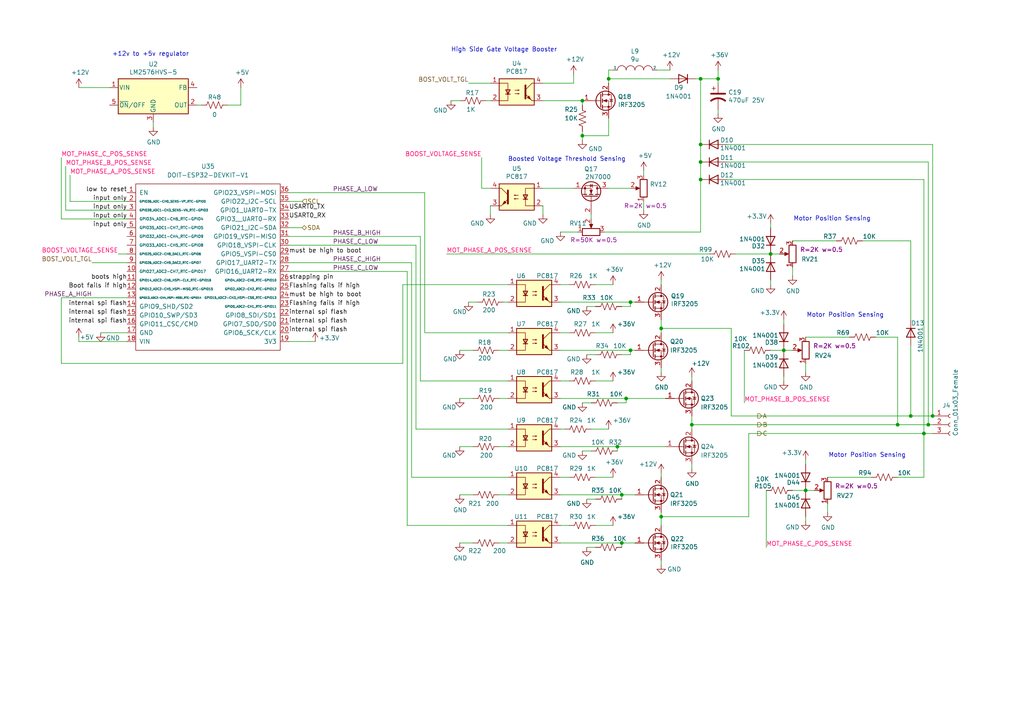
<source format=kicad_sch>
(kicad_sch (version 20231120) (generator "eeschema") (generator_version "8.0")
  (paper "A4")
  (junction (at 203.2 52.07))
  (junction (at 203.2 22.86))
  (junction (at 260.35 123.19))
  (junction (at 182.88 87.63))
  (junction (at 176.53 22.86))
  (junction (at 270.51 120.65))
  (junction (at 203.2 46.99))
  (junction (at 227.33 101.6))
  (junction (at 180.34 143.51))
  (junction (at 269.24 123.19))
  (junction (at 203.2 41.91))
  (junction (at 200.66 123.19))
  (junction (at 182.88 101.6))
  (junction (at 179.07 129.54))
  (junction (at 233.68 142.24))
  (junction (at 191.77 149.86))
  (junction (at 168.91 39.37))
  (junction (at 181.61 115.57))
  (junction (at 267.97 125.73))
  (junction (at 223.52 73.66))
  (junction (at 180.34 157.48))
  (junction (at 191.77 95.25))
  (junction (at 168.91 29.21))
  (junction (at 208.28 22.86))
  (junction (at 264.16 120.65))
  (wire (pts (xy 182.88 101.6) (xy 162.56 101.6)))
  (wire (pts (xy 191.77 148.59) (xy 191.77 149.86)))
  (wire (pts (xy 121.92 68.58) (xy 83.82 68.58)))
  (wire (pts (xy 165.1 152.4) (xy 162.56 152.4)))
  (wire (pts (xy 193.04 129.54) (xy 179.07 129.54)))
  (wire (pts (xy 22.86 99.06) (xy 36.83 99.06)))
  (wire (pts (xy 144.78 129.54) (xy 147.32 129.54)))
  (wire (pts (xy 171.45 62.23) (xy 171.45 63.5)))
  (wire (pts (xy 184.15 157.48) (xy 180.34 157.48)))
  (wire (pts (xy 267.97 138.43) (xy 267.97 125.73)))
  (wire (pts (xy 123.19 55.88) (xy 83.82 55.88)))
  (wire (pts (xy 123.19 55.88) (xy 123.19 96.52)))
  (wire (pts (xy 57.15 30.48) (xy 58.42 30.48)))
  (wire (pts (xy 17.78 63.5) (xy 36.83 63.5)))
  (wire (pts (xy 36.83 96.52) (xy 29.21 96.52)))
  (wire (pts (xy 26.67 76.2) (xy 36.83 76.2)))
  (wire (pts (xy 184.15 87.63) (xy 182.88 87.63)))
  (wire (pts (xy 157.48 54.61) (xy 166.37 54.61)))
  (wire (pts (xy 264.16 100.33) (xy 264.16 120.65)))
  (wire (pts (xy 165.1 96.52) (xy 162.56 96.52)))
  (wire (pts (xy 172.72 82.55) (xy 177.8 82.55)))
  (wire (pts (xy 172.72 158.75) (xy 170.18 158.75)))
  (wire (pts (xy 133.35 115.57) (xy 137.16 115.57)))
  (wire (pts (xy 172.72 88.9) (xy 170.18 88.9)))
  (wire (pts (xy 121.92 110.49) (xy 147.32 110.49)))
  (wire (pts (xy 260.35 138.43) (xy 267.97 138.43)))
  (wire (pts (xy 180.34 144.78) (xy 180.34 143.51)))
  (wire (pts (xy 146.05 87.63) (xy 147.32 87.63)))
  (wire (pts (xy 233.68 142.24) (xy 236.22 142.24)))
  (wire (pts (xy 118.11 78.74) (xy 83.82 78.74)))
  (wire (pts (xy 144.78 115.57) (xy 147.32 115.57)))
  (wire (pts (xy 260.35 97.79) (xy 260.35 123.19)))
  (wire (pts (xy 116.84 82.55) (xy 147.32 82.55)))
  (wire (pts (xy 120.65 71.12) (xy 120.65 124.46)))
  (wire (pts (xy 165.1 110.49) (xy 162.56 110.49)))
  (wire (pts (xy 119.38 76.2) (xy 119.38 138.43)))
  (wire (pts (xy 171.45 124.46) (xy 176.53 124.46)))
  (wire (pts (xy 157.48 29.21) (xy 168.91 29.21)))
  (wire (pts (xy 182.88 87.63) (xy 162.56 87.63)))
  (wire (pts (xy 83.82 76.2) (xy 119.38 76.2)))
  (wire (pts (xy 176.53 20.32) (xy 176.53 22.86)))
  (wire (pts (xy 140.97 29.21) (xy 142.24 29.21)))
  (wire (pts (xy 260.35 123.19) (xy 269.24 123.19)))
  (wire (pts (xy 270.51 41.91) (xy 210.82 41.91)))
  (wire (pts (xy 191.77 81.28) (xy 191.77 82.55)))
  (wire (pts (xy 254 97.79) (xy 260.35 97.79)))
  (wire (pts (xy 213.36 73.66) (xy 223.52 73.66)))
  (wire (pts (xy 123.19 96.52) (xy 147.32 96.52)))
  (wire (pts (xy 120.65 71.12) (xy 83.82 71.12)))
  (wire (pts (xy 129.54 73.66) (xy 205.74 73.66)))
  (wire (pts (xy 203.2 46.99) (xy 203.2 52.07)))
  (wire (pts (xy 179.07 129.54) (xy 162.56 129.54)))
  (wire (pts (xy 200.66 123.19) (xy 200.66 124.46)))
  (wire (pts (xy 208.28 24.13) (xy 208.28 22.86)))
  (wire (pts (xy 191.77 106.68) (xy 191.77 107.95)))
  (wire (pts (xy 223.52 101.6) (xy 227.33 101.6)))
  (wire (pts (xy 17.78 86.36) (xy 36.83 86.36)))
  (wire (pts (xy 176.53 22.86) (xy 194.31 22.86)))
  (wire (pts (xy 172.72 110.49) (xy 177.8 110.49)))
  (wire (pts (xy 118.11 78.74) (xy 118.11 152.4)))
  (wire (pts (xy 240.03 146.05) (xy 240.03 148.59)))
  (wire (pts (xy 227.33 101.6) (xy 229.87 101.6)))
  (wire (pts (xy 186.69 58.42) (xy 186.69 60.96)))
  (wire (pts (xy 133.35 101.6) (xy 137.16 101.6)))
  (wire (pts (xy 223.52 73.66) (xy 226.06 73.66)))
  (wire (pts (xy 179.07 130.81) (xy 179.07 129.54)))
  (wire (pts (xy 264.16 69.85) (xy 264.16 92.71)))
  (wire (pts (xy 191.77 137.16) (xy 191.77 138.43)))
  (wire (pts (xy 162.56 67.31) (xy 167.64 67.31)))
  (wire (pts (xy 135.89 87.63) (xy 138.43 87.63)))
  (wire (pts (xy 168.91 39.37) (xy 168.91 38.1)))
  (wire (pts (xy 233.68 105.41) (xy 233.68 107.95)))
  (wire (pts (xy 229.87 77.47) (xy 229.87 80.01)))
  (wire (pts (xy 118.11 152.4) (xy 147.32 152.4)))
  (wire (pts (xy 116.84 105.41) (xy 17.78 105.41)))
  (wire (pts (xy 270.51 41.91) (xy 270.51 120.65)))
  (wire (pts (xy 223.52 81.28) (xy 223.52 82.55)))
  (wire (pts (xy 184.15 101.6) (xy 182.88 101.6)))
  (wire (pts (xy 264.16 120.65) (xy 270.51 120.65)))
  (wire (pts (xy 144.78 157.48) (xy 147.32 157.48)))
  (wire (pts (xy 19.05 48.26) (xy 19.05 60.96)))
  (wire (pts (xy 165.1 82.55) (xy 162.56 82.55)))
  (wire (pts (xy 227.33 92.71) (xy 227.33 93.98)))
  (wire (pts (xy 133.35 129.54) (xy 137.16 129.54)))
  (wire (pts (xy 200.66 134.62) (xy 200.66 135.89)))
  (wire (pts (xy 17.78 45.72) (xy 17.78 63.5)))
  (wire (pts (xy 246.38 97.79) (xy 233.68 97.79)))
  (wire (pts (xy 172.72 152.4) (xy 177.8 152.4)))
  (wire (pts (xy 180.34 143.51) (xy 184.15 143.51)))
  (wire (pts (xy 22.86 97.79) (xy 22.86 99.06)))
  (wire (pts (xy 203.2 22.86) (xy 208.28 22.86)))
  (wire (pts (xy 180.34 158.75) (xy 180.34 157.48)))
  (wire (pts (xy 180.34 88.9) (xy 182.88 88.9)))
  (wire (pts (xy 182.88 54.61) (xy 176.53 54.61)))
  (wire (pts (xy 83.82 66.04) (xy 87.63 66.04)))
  (wire (pts (xy 44.45 35.56) (xy 44.45 36.83)))
  (wire (pts (xy 83.82 99.06) (xy 91.44 99.06)))
  (wire (pts (xy 217.17 125.73) (xy 267.97 125.73)))
  (wire (pts (xy 176.53 24.13) (xy 176.53 22.86)))
  (wire (pts (xy 176.53 34.29) (xy 176.53 39.37)))
  (wire (pts (xy 171.45 116.84) (xy 168.91 116.84)))
  (wire (pts (xy 208.28 31.75) (xy 208.28 33.02)))
  (wire (pts (xy 203.2 22.86) (xy 203.2 41.91)))
  (wire (pts (xy 191.77 149.86) (xy 217.17 149.86)))
  (wire (pts (xy 20.32 50.8) (xy 20.32 58.42)))
  (wire (pts (xy 191.77 95.25) (xy 212.09 95.25)))
  (wire (pts (xy 203.2 52.07) (xy 203.2 67.31)))
  (wire (pts (xy 191.77 149.86) (xy 191.77 152.4)))
  (wire (pts (xy 19.05 60.96) (xy 36.83 60.96)))
  (wire (pts (xy 203.2 41.91) (xy 203.2 46.99)))
  (wire (pts (xy 116.84 82.55) (xy 116.84 105.41)))
  (wire (pts (xy 181.61 115.57) (xy 162.56 115.57)))
  (wire (pts (xy 233.68 142.24) (xy 229.87 142.24)))
  (wire (pts (xy 191.77 92.71) (xy 191.77 95.25)))
  (wire (pts (xy 200.66 120.65) (xy 200.66 123.19)))
  (wire (pts (xy 212.09 120.65) (xy 264.16 120.65)))
  (wire (pts (xy 133.35 157.48) (xy 137.16 157.48)))
  (wire (pts (xy 168.91 40.64) (xy 168.91 39.37)))
  (wire (pts (xy 233.68 133.35) (xy 233.68 134.62)))
  (wire (pts (xy 172.72 138.43) (xy 177.8 138.43)))
  (wire (pts (xy 139.7 54.61) (xy 139.7 45.72)))
  (wire (pts (xy 208.28 20.32) (xy 208.28 22.86)))
  (wire (pts (xy 267.97 125.73) (xy 270.51 125.73)))
  (wire (pts (xy 142.24 54.61) (xy 139.7 54.61)))
  (wire (pts (xy 175.26 67.31) (xy 203.2 67.31)))
  (wire (pts (xy 269.24 46.99) (xy 210.82 46.99)))
  (wire (pts (xy 210.82 52.07) (xy 267.97 52.07)))
  (wire (pts (xy 201.93 22.86) (xy 203.2 22.86)))
  (wire (pts (xy 135.89 24.13) (xy 142.24 24.13)))
  (wire (pts (xy 191.77 95.25) (xy 191.77 96.52)))
  (wire (pts (xy 166.37 24.13) (xy 166.37 21.59)))
  (wire (pts (xy 20.32 58.42) (xy 36.83 58.42)))
  (wire (pts (xy 130.81 29.21) (xy 133.35 29.21)))
  (wire (pts (xy 200.66 109.22) (xy 200.66 110.49)))
  (wire (pts (xy 233.68 149.86) (xy 233.68 151.13)))
  (wire (pts (xy 222.25 142.24) (xy 222.25 158.75)))
  (wire (pts (xy 180.34 157.48) (xy 162.56 157.48)))
  (wire (pts (xy 157.48 24.13) (xy 166.37 24.13)))
  (wire (pts (xy 172.72 102.87) (xy 170.18 102.87)))
  (wire (pts (xy 121.92 68.58) (xy 121.92 110.49)))
  (wire (pts (xy 133.35 143.51) (xy 137.16 143.51)))
  (wire (pts (xy 171.45 130.81) (xy 168.91 130.81)))
  (wire (pts (xy 212.09 95.25) (xy 212.09 120.65)))
  (wire (pts (xy 144.78 101.6) (xy 147.32 101.6)))
  (wire (pts (xy 194.31 20.32) (xy 190.5 20.32)))
  (wire (pts (xy 31.75 25.4) (xy 22.86 25.4)))
  (wire (pts (xy 223.52 64.77) (xy 223.52 66.04)))
  (wire (pts (xy 191.77 163.83) (xy 191.77 162.56)))
  (wire (pts (xy 227.33 109.22) (xy 227.33 110.49)))
  (wire (pts (xy 142.24 62.23) (xy 142.24 59.69)))
  (wire (pts (xy 217.17 125.73) (xy 217.17 149.86)))
  (wire (pts (xy 182.88 102.87) (xy 182.88 101.6)))
  (wire (pts (xy 83.82 58.42) (xy 87.63 58.42)))
  (wire (pts (xy 269.24 123.19) (xy 269.24 46.99)))
  (wire (pts (xy 165.1 138.43) (xy 162.56 138.43)))
  (wire (pts (xy 162.56 143.51) (xy 180.34 143.51)))
  (wire (pts (xy 180.34 102.87) (xy 182.88 102.87)))
  (wire (pts (xy 144.78 143.51) (xy 147.32 143.51)))
  (wire (pts (xy 252.73 138.43) (xy 240.03 138.43)))
  (wire (pts (xy 17.78 105.41) (xy 17.78 86.36)))
  (wire (pts (xy 120.65 124.46) (xy 147.32 124.46)))
  (wire (pts (xy 176.53 39.37) (xy 168.91 39.37)))
  (wire (pts (xy 157.48 59.69) (xy 157.48 62.23)))
  (wire (pts (xy 242.57 69.85) (xy 229.87 69.85)))
  (wire (pts (xy 179.07 116.84) (xy 181.61 116.84)))
  (wire (pts (xy 177.8 20.32) (xy 176.53 20.32)))
  (wire (pts (xy 250.19 69.85) (xy 264.16 69.85)))
  (wire (pts (xy 193.04 115.57) (xy 181.61 115.57)))
  (wire (pts (xy 163.83 124.46) (xy 162.56 124.46)))
  (wire (pts (xy 267.97 52.07) (xy 267.97 125.73)))
  (wire (pts (xy 168.91 30.48) (xy 168.91 29.21)))
  (wire (pts (xy 119.38 138.43) (xy 147.32 138.43)))
  (wire (pts (xy 269.24 123.19) (xy 270.51 123.19)))
  (wire (pts (xy 215.9 116.84) (xy 215.9 101.6)))
  (wire (pts (xy 182.88 88.9) (xy 182.88 87.63)))
  (wire (pts (xy 200.66 123.19) (xy 260.35 123.19)))
  (wire (pts (xy 66.04 30.48) (xy 69.85 30.48)))
  (wire (pts (xy 186.69 50.8) (xy 186.69 49.53)))
  (wire (pts (xy 172.72 144.78) (xy 170.18 144.78)))
  (wire (pts (xy 172.72 96.52) (xy 177.8 96.52)))
  (wire (pts (xy 69.85 25.4) (xy 69.85 30.48)))
  (wire (pts (xy 181.61 116.84) (xy 181.61 115.57)))
  (wire (pts (xy 34.29 73.66) (xy 36.83 73.66)))
  (text "Motor Position Sensing" (at 233.934 92.202 0) (effects (font (size 1.27 1.27)) (justify left bottom)))
  (text "Motor Position Sensing" (at 240.284 132.842 0) (effects (font (size 1.27 1.27)) (justify left bottom)))
  (text "High Side Gate Voltage Booster" (at 130.81 15.24 0) (effects (font (size 1.27 1.27)) (justify left bottom)))
  (text "Boosted Voltage Threshold Sensing" (at 147.32 46.99 0) (effects (font (size 1.27 1.27)) (justify left bottom)))
  (text "Motor Position Sensing" (at 230.124 64.262 0) (effects (font (size 1.27 1.27)) (justify left bottom)))
  (text "+12v to +5v regulator" (at 32.512 16.51 0) (effects (font (size 1.27 1.27)) (justify left bottom)))
  (label "strapping pin" (at 83.82 81.28 0))
  (label "must be high to boot" (at 83.82 86.36 0))
  (label "must be high to boot" (at 83.82 73.66 0))
  (label "BOOST_VOLTAGE_SENSE" (at 139.7 45.72 180))
  (label "input only" (at 36.83 63.5 180))
  (label "BOOST_VOLTAGE_SENSE" (at 34.29 73.66 180))
  (label "PHASE_B_HIGH" (at 96.52 68.58 0))
  (label "PHASE_A_LOW" (at 96.52 55.88 0))
  (label "USART0_TX" (at 83.82 60.96 0))
  (label "Boot fails if high" (at 36.83 83.82 180))
  (label "internal spi flash" (at 36.83 93.98 180))
  (label "MOT_PHASE_B_POS_SENSE" (at 19.05 48.26 0))
  (label "MOT_PHASE_C_POS_SENSE" (at 17.78 45.72 0))
  (label "Flashing fails if high" (at 83.82 83.82 0))
  (label "PHASE_A_HIGH" (at 26.67 86.36 180))
  (label "input only" (at 36.83 66.04 180))
  (label "input only" (at 36.83 60.96 180))
  (label "internal spi flash" (at 83.82 96.52 0))
  (label "input only" (at 36.83 58.42 180))
  (label "internal spi flash" (at 36.83 88.9 180))
  (label "Flashing fails if high" (at 83.82 88.9 0))
  (label "BOST_VOLT_TGL" (at 26.67 76.2 180))
  (label "MOT_PHASE_B_POS_SENSE" (at 215.9 116.84 0))
  (label "PHASE_C_LOW" (at 96.52 71.12 0))
  (label "low to reset" (at 36.83 55.88 180))
  (label "MOT_PHASE_A_POS_SENSE" (at 20.32 50.8 0))
  (label "PHASE_C_HIGH" (at 96.52 76.2 0))
  (label "USART0_RX" (at 83.82 63.5 0))
  (label "MOT_PHASE_C_POS_SENSE" (at 222.25 158.75 0))
  (label "PHASE_C_LOW" (at 96.52 78.74 0))
  (label "BOST_VOLT_TGL" (at 135.89 24.13 180))
  (label "internal spi flash" (at 83.82 91.44 0))
  (label "internal spi flash" (at 83.82 93.98 0))
  (label "MOT_PHASE_A_POS_SENSE" (at 129.54 73.66 0))
  (label "internal spi flash" (at 36.83 91.44 180))
  (label "boots high" (at 36.83 81.28 180))
  (hierarchical_label "A" (shape output) (at 219.71 120.65 0))
  (hierarchical_label "B" (shape output) (at 219.71 123.19 0))
  (hierarchical_label "C" (shape output) (at 219.71 125.73 0))
  (hierarchical_label "SCL" (shape input) (at 87.63 58.42 0))
  (hierarchical_label "SDA" (shape bidirectional) (at 87.63 66.04 0))
  (symbol (lib_id "Device:R_US") (at 168.91 82.55 270) (unit 1)
    (property "Reference" "R26" (at 165.1 80.01 90) (effects (justify left)))
    (property "Value" "1K" (at 170.688 80.01 90) (effects (justify left)))
    (property "Footprint" "Resistor_SMD:R_0603_1608Metric" (effects (hide yes)))
    (instances (project "crtDriver" (path "" (reference "R26") (unit 1)) (path "" (reference "R83") (unit 1)) (path "" (reference "R58") (unit 1))))
  )
  (symbol (lib_id "power:GND") (at 208.28 33.02 0) (unit 1)
    (property "Reference" "#PWR077" (effects (hide yes)))
    (property "Value" "GND" (at 208.407 37.4142 0))
    (instances (project "crtDriver" (path "" (reference "#PWR077") (unit 1)) (path "" (reference "#PWR0197") (unit 1)) (path "" (reference "#PWR0155") (unit 1))))
  )
  (symbol (lib_id "power:+36V") (at 177.8 152.4 0) (unit 1)
    (property "Reference" "#PWR066" (effects (hide yes)))
    (property "Value" "+36V" (at 181.61 149.86 0))
    (instances (project "crtDriver" (path "" (reference "#PWR066") (unit 1)) (path "" (reference "#PWR0186") (unit 1)) (path "" (reference "#PWR0144") (unit 1))))
  )
  (symbol (lib_id "Transistor_FET:IRF3205") (at 173.99 29.21 0) (unit 1)
    (property "Reference" "Q18" (at 179.197 28.0416 0) (effects (justify left)))
    (property "Value" "IRF3205" (at 179.197 30.353 0) (effects (justify left)))
    (property "Footprint" "Package_TO_SOT_THT:TO-220-3_Vertical" (effects (hide yes)))
    (property "Datasheet" "http://www.irf.com/product-info/datasheets/data/irf3205.pdf" (effects (hide yes)))
    (property "Sim.Library" "irf3205.spi" (effects (hide yes)))
    (property "Sim.Name" "irf3205" (effects (hide yes)))
    (property "Sim.Device" "SUBCKT" (effects (hide yes)))
    (property "Sim.Pins" "1=1 2=2 3=3" (effects (hide yes)))
    (instances (project "crtDriver" (path "" (reference "Q18") (unit 1)) (path "" (reference "Q60") (unit 1)) (path "" (reference "Q51") (unit 1))))
  )
  (symbol (lib_id "power:GND") (at 135.89 87.63 0) (unit 1)
    (property "Reference" "#PWR049" (effects (hide yes)))
    (property "Value" "GND" (at 133.35 90.424 0))
    (instances (project "crtDriver" (path "" (reference "#PWR049") (unit 1)) (path "" (reference "#PWR0169") (unit 1)) (path "" (reference "#PWR0127") (unit 1))))
  )
  (symbol (lib_id "Device:R_US") (at 168.91 34.29 180) (unit 1)
    (property "Reference" "R25" (at 167.64 31.75 0) (effects (justify left)))
    (property "Value" "10K" (at 167.64 34.29 0) (effects (justify left)))
    (property "Footprint" "Resistor_SMD:R_0603_1608Metric" (effects (hide yes)))
    (instances (project "crtDriver" (path "" (reference "R25") (unit 1)) (path "" (reference "R82") (unit 1)) (path "" (reference "R57") (unit 1))))
  )
  (symbol (lib_id "power:GND") (at 133.35 143.51 0) (unit 1)
    (property "Reference" "#PWR047" (effects (hide yes)))
    (property "Value" "GND" (at 133.477 147.9042 0))
    (instances (project "crtDriver" (path "" (reference "#PWR047") (unit 1)) (path "" (reference "#PWR0167") (unit 1)) (path "" (reference "#PWR0125") (unit 1))))
  )
  (symbol (lib_id "Device:R_POT") (at 171.45 67.31 90) (unit 1)
    (property "Reference" "RV11" (at 165.1 64.77 90) (effects (justify right)))
    (property "Value" "50K POT" (effects (hide yes)))
    (property "Footprint" "Potentiometer_SMD:Potentiometer_ACP_CA6-VSMD_Vertical" (effects (hide yes)))
    (property "Sim.Library" "potentiometer.lib" (effects (hide yes)))
    (property "Sim.Name" "potentiometer" (effects (hide yes)))
    (property "Sim.Device" "SUBCKT" (effects (hide yes)))
    (property "Sim.Pins" "1=1 2=2 3=3" (effects (hide yes)))
    (property "Sim.Params" "R=50K w=0.5" (at 172.212 69.596 90))
    (instances (project "crtDriver" (path "" (reference "RV11") (unit 1)) (path "" (reference "RV19") (unit 1)) (path "" (reference "RV17") (unit 1))))
  )
  (symbol (lib_id "Device:R_US") (at 226.06 142.24 270) (unit 1)
    (property "Reference" "R105" (at 218.694 140.97 90) (effects (justify left)))
    (property "Value" "10K" (at 219.202 138.938 90) (effects (justify left)))
    (property "Footprint" "Resistor_SMD:R_0603_1608Metric" (effects (hide yes)))
    (instances (project "crtDriver" (path "" (reference "R105") (unit 1)) (path "" (reference "R107") (unit 1)) (path "" (reference "R106") (unit 1))))
  )
  (symbol (lib_id "Device:R_US") (at 176.53 158.75 270) (unit 1)
    (property "Reference" "R36" (at 171.45 156.21 90) (effects (justify left)))
    (property "Value" "10K" (at 177.8 156.21 90) (effects (justify left)))
    (property "Footprint" "Resistor_SMD:R_0603_1608Metric" (effects (hide yes)))
    (instances (project "crtDriver" (path "" (reference "R36") (unit 1)) (path "" (reference "R93") (unit 1)) (path "" (reference "R68") (unit 1))))
  )
  (symbol (lib_id "Device:D") (at 227.33 97.79 90) (unit 1)
    (property "Reference" "D38" (at 223.774 99.314 90))
    (property "Value" "1N4001" (at 221.996 97.282 90))
    (property "Footprint" "Diode_SMD:D_0805_2012Metric" (effects (hide yes)))
    (property "Sim.Device" "D" (effects (hide yes)))
    (property "Sim.Pins" "1=A 2=K" (effects (hide yes)))
    (instances (project "crtDriver" (path "" (reference "D38") (unit 1)) (path "" (reference "D42") (unit 1)) (path "" (reference "D40") (unit 1))))
  )
  (symbol (lib_id "Device:R_US") (at 246.38 69.85 270) (unit 1)
    (property "Reference" "R37" (at 238.76 68.58 90) (effects (justify left)))
    (property "Value" "10K" (at 250.19 68.58 90) (effects (justify left)))
    (property "Footprint" "Resistor_SMD:R_0603_1608Metric" (effects (hide yes)))
    (instances (project "crtDriver" (path "" (reference "R37") (unit 1)) (path "" (reference "R39") (unit 1)) (path "" (reference "R38") (unit 1))))
  )
  (symbol (lib_id "power:+36V") (at 177.8 138.43 0) (unit 1)
    (property "Reference" "#PWR065" (effects (hide yes)))
    (property "Value" "+36V" (at 178.181 134.0358 0))
    (instances (project "crtDriver" (path "" (reference "#PWR065") (unit 1)) (path "" (reference "#PWR0185") (unit 1)) (path "" (reference "#PWR0143") (unit 1))))
  )
  (symbol (lib_id "power:GND") (at 133.35 115.57 0) (unit 1)
    (property "Reference" "#PWR045" (effects (hide yes)))
    (property "Value" "GND" (at 130.302 118.11 0))
    (instances (project "crtDriver" (path "" (reference "#PWR045") (unit 1)) (path "" (reference "#PWR0165") (unit 1)) (path "" (reference "#PWR0123") (unit 1))))
  )
  (symbol (lib_id "Device:R_US") (at 176.53 144.78 270) (unit 1)
    (property "Reference" "R35" (at 171.45 142.24 90) (effects (justify left)))
    (property "Value" "10K" (at 176.53 142.24 90) (effects (justify left)))
    (property "Footprint" "Resistor_SMD:R_0603_1608Metric" (effects (hide yes)))
    (instances (project "crtDriver" (path "" (reference "R35") (unit 1)) (path "" (reference "R92") (unit 1)) (path "" (reference "R67") (unit 1))))
  )
  (symbol (lib_id "power:GND") (at 233.68 107.95 0) (unit 1)
    (property "Reference" "#PWR0208" (effects (hide yes)))
    (property "Value" "GND" (at 233.807 112.3442 0))
    (instances (project "crtDriver" (path "" (reference "#PWR0208") (unit 1)) (path "" (reference "#PWR0218") (unit 1)) (path "" (reference "#PWR0215") (unit 1))))
  )
  (symbol (lib_id "power:GND") (at 168.91 130.81 0) (unit 1)
    (property "Reference" "#PWR056" (effects (hide yes)))
    (property "Value" "GND" (at 165.1 132.08 0))
    (instances (project "crtDriver" (path "" (reference "#PWR056") (unit 1)) (path "" (reference "#PWR0176") (unit 1)) (path "" (reference "#PWR0134") (unit 1))))
  )
  (symbol (lib_id "Transistor_FET:2N7000") (at 171.45 57.15 270) (mirror x) (unit 1)
    (property "Reference" "Q17" (at 169.418 49.022 90) (effects (justify left)))
    (property "Value" "2N7000" (at 169.672 51.308 90) (effects (justify left)))
    (property "Footprint" "Package_TO_SOT_THT:TO-92_Inline" (effects (hide yes)))
    (property "Datasheet" "https://www.onsemi.com/pub/Collateral/NDS7002A-D.PDF" (effects (hide yes)))
    (property "Sim.Library" "2n7000.lib" (effects (hide yes)))
    (property "Sim.Name" "2N7000" (effects (hide yes)))
    (property "Sim.Device" "SUBCKT" (effects (hide yes)))
    (property "Sim.Pins" "1=1 2=2 3=3" (effects (hide yes)))
    (instances (project "crtDriver" (path "" (reference "Q17") (unit 1)) (path "" (reference "Q59") (unit 1)) (path "" (reference "Q50") (unit 1))))
  )
  (symbol (lib_id "Device:D") (at 223.52 69.85 90) (unit 1)
    (property "Reference" "D32" (at 219.964 71.374 90))
    (property "Value" "1N4001" (at 218.186 69.342 90))
    (property "Footprint" "Diode_SMD:D_0805_2012Metric" (effects (hide yes)))
    (property "Sim.Device" "D" (effects (hide yes)))
    (property "Sim.Pins" "1=A 2=K" (effects (hide yes)))
    (instances (project "crtDriver" (path "" (reference "D32") (unit 1)) (path "" (reference "D34") (unit 1)) (path "" (reference "D33") (unit 1))))
  )
  (symbol (lib_id "power:+12V") (at 191.77 137.16 0) (unit 1)
    (property "Reference" "#PWR071" (effects (hide yes)))
    (property "Value" "+12V" (at 187.96 134.62 0))
    (instances (project "crtDriver" (path "" (reference "#PWR071") (unit 1)) (path "" (reference "#PWR0191") (unit 1)) (path "" (reference "#PWR0149") (unit 1))))
  )
  (symbol (lib_id "power:GND") (at 44.45 36.83 0) (unit 1)
    (property "Reference" "#PWR040" (effects (hide yes)))
    (property "Value" "GND" (at 44.577 41.2242 0))
    (instances (project "crtDriver" (path "" (reference "#PWR040") (unit 1)) (path "" (reference "#PWR0160") (unit 1)) (path "" (reference "#PWR0118") (unit 1))))
  )
  (symbol (lib_id "Device:D") (at 264.16 96.52 270) (unit 1)
    (property "Reference" "D13" (at 266.192 93.726 90))
    (property "Value" "1N4001" (at 266.954 98.552 0))
    (property "Footprint" "Diode_SMD:D_0805_2012Metric" (effects (hide yes)))
    (property "Sim.Device" "D" (effects (hide yes)))
    (property "Sim.Pins" "1=A 2=K" (effects (hide yes)))
    (instances (project "crtDriver" (path "" (reference "D13") (unit 1)) (path "" (reference "D31") (unit 1)) (path "" (reference "D26") (unit 1))))
  )
  (symbol (lib_id "power:+12V") (at 194.31 20.32 0) (unit 1)
    (property "Reference" "#PWR073" (effects (hide yes)))
    (property "Value" "+12V" (at 194.691 15.9258 0))
    (instances (project "crtDriver" (path "" (reference "#PWR073") (unit 1)) (path "" (reference "#PWR0193") (unit 1)) (path "" (reference "#PWR0151") (unit 1))))
  )
  (symbol (lib_id "power:GND") (at 133.35 157.48 0) (unit 1)
    (property "Reference" "#PWR048" (effects (hide yes)))
    (property "Value" "GND" (at 133.477 161.8742 0))
    (instances (project "crtDriver" (path "" (reference "#PWR048") (unit 1)) (path "" (reference "#PWR0168") (unit 1)) (path "" (reference "#PWR0126") (unit 1))))
  )
  (symbol (lib_id "power:GND") (at 233.68 151.13 0) (unit 1)
    (property "Reference" "#PWR0220" (effects (hide yes)))
    (property "Value" "GND" (at 229.87 152.908 0))
    (instances (project "crtDriver" (path "" (reference "#PWR0220") (unit 1)) (path "" (reference "#PWR0226") (unit 1)) (path "" (reference "#PWR0223") (unit 1))))
  )
  (symbol (lib_id "Device:R_POT") (at 233.68 101.6 180) (unit 1)
    (property "Reference" "RV24" (at 236.22 103.124 0) (effects (justify right)))
    (property "Value" "2K POT" (effects (hide yes)))
    (property "Footprint" "Potentiometer_SMD:Potentiometer_ACP_CA6-VSMD_Vertical" (effects (hide yes)))
    (property "Sim.Library" "potentiometer.lib" (effects (hide yes)))
    (property "Sim.Name" "potentiometer" (effects (hide yes)))
    (property "Sim.Device" "SUBCKT" (effects (hide yes)))
    (property "Sim.Pins" "1=1 2=2 3=3" (effects (hide yes)))
    (property "Sim.Params" "R=2K w=0.5" (at 242.062 100.33 0))
    (instances (project "crtDriver" (path "" (reference "RV24") (unit 1)) (path "" (reference "RV26") (unit 1)) (path "" (reference "RV25") (unit 1))))
  )
  (symbol (lib_id "Device:D") (at 227.33 105.41 270) (unit 1)
    (property "Reference" "D39" (at 223.774 103.632 90))
    (property "Value" "1N4001" (at 221.996 105.918 90))
    (property "Footprint" "Diode_SMD:D_0805_2012Metric" (effects (hide yes)))
    (property "Sim.Device" "D" (effects (hide yes)))
    (property "Sim.Pins" "1=A 2=K" (effects (hide yes)))
    (instances (project "crtDriver" (path "" (reference "D39") (unit 1)) (path "" (reference "D43") (unit 1)) (path "" (reference "D41") (unit 1))))
  )
  (symbol (lib_id "power:GND") (at 29.21 96.52 0) (unit 1)
    (property "Reference" "#PWR041" (effects (hide yes)))
    (property "Value" "GND" (at 32.766 98.044 0))
    (instances (project "crtDriver" (path "" (reference "#PWR041") (unit 1)) (path "" (reference "#PWR0161") (unit 1)) (path "" (reference "#PWR0119") (unit 1))))
  )
  (symbol (lib_id "power:GND") (at 229.87 80.01 0) (unit 1)
    (property "Reference" "#PWR078" (effects (hide yes)))
    (property "Value" "GND" (at 229.997 84.4042 0))
    (instances (project "crtDriver" (path "" (reference "#PWR078") (unit 1)) (path "" (reference "#PWR0198") (unit 1)) (path "" (reference "#PWR0156") (unit 1))))
  )
  (symbol (lib_id "Device:R_US") (at 140.97 129.54 90) (unit 1)
    (property "Reference" "R20" (at 142.748 127.254 90) (effects (justify left)))
    (property "Value" "200" (at 143.002 132.08 90) (effects (justify left)))
    (property "Footprint" "Resistor_SMD:R_0603_1608Metric" (effects (hide yes)))
    (instances (project "crtDriver" (path "" (reference "R20") (unit 1)) (path "" (reference "R77") (unit 1)) (path "" (reference "R52") (unit 1))))
  )
  (symbol (lib_id "power:+36V") (at 177.8 96.52 0) (unit 1)
    (property "Reference" "#PWR063" (effects (hide yes)))
    (property "Value" "+36V" (at 181.61 93.98 0))
    (instances (project "crtDriver" (path "" (reference "#PWR063") (unit 1)) (path "" (reference "#PWR0183") (unit 1)) (path "" (reference "#PWR0141") (unit 1))))
  )
  (symbol (lib_id "power:+36V") (at 177.8 110.49 0) (unit 1)
    (property "Reference" "#PWR064" (effects (hide yes)))
    (property "Value" "+36V" (at 181.61 107.95 0))
    (instances (project "crtDriver" (path "" (reference "#PWR064") (unit 1)) (path "" (reference "#PWR0184") (unit 1)) (path "" (reference "#PWR0142") (unit 1))))
  )
  (symbol (lib_id "doit-esp32-devkit-v1:DOIT-ESP32-DEVKIT-V1") (at 60.96 63.5 0) (unit 1)
    (property "Reference" "U35" (at 60.325 48.26 0))
    (property "Value" "DOIT-ESP32-DEVKIT-V1" (at 60.325 50.8 0))
    (property "Footprint" "crtDriver:ESP32-DOIT-DEVKIT" (effects (hide yes)))
    (instances (project "" (path "" (reference "U35") (unit 1)) (path "" (reference "U37") (unit 1)) (path "" (reference "U36") (unit 1))))
  )
  (symbol (lib_id "Transistor_FET:IRF3205") (at 198.12 115.57 0) (unit 1)
    (property "Reference" "Q23" (at 203.2 115.57 0) (effects (justify left)))
    (property "Value" "IRF3205" (at 203.2 118.11 0) (effects (justify left)))
    (property "Footprint" "Package_TO_SOT_THT:TO-220-3_Vertical" (effects (hide yes)))
    (property "Datasheet" "http://www.irf.com/product-info/datasheets/data/irf3205.pdf" (effects (hide yes)))
    (property "Sim.Library" "irf3205.spi" (effects (hide yes)))
    (property "Sim.Name" "irf3205" (effects (hide yes)))
    (property "Sim.Device" "SUBCKT" (effects (hide yes)))
    (property "Sim.Pins" "1=1 2=2 3=3" (effects (hide yes)))
    (instances (project "crtDriver" (path "" (reference "Q23") (unit 1)) (path "" (reference "Q65") (unit 1)) (path "" (reference "Q56") (unit 1))))
  )
  (symbol (lib_id "power:+3.3V") (at 233.68 133.35 0) (unit 1)
    (property "Reference" "#PWR0219" (effects (hide yes)))
    (property "Value" "+3.3V" (at 229.616 131.318 0))
    (property "Description" "Power symbol creates a global label with name \"+3.3V\"" (effects (hide yes)))
    (instances (project "crtDriver" (path "" (reference "#PWR0219") (unit 1)) (path "" (reference "#PWR0225") (unit 1)) (path "" (reference "#PWR0222") (unit 1))))
  )
  (symbol (lib_id "Transistor_FET:IRF3205") (at 198.12 129.54 0) (unit 1)
    (property "Reference" "Q24" (at 203.2 129.54 0) (effects (justify left)))
    (property "Value" "IRF3205" (at 203.2 132.08 0) (effects (justify left)))
    (property "Footprint" "Package_TO_SOT_THT:TO-220-3_Vertical" (effects (hide yes)))
    (property "Datasheet" "http://www.irf.com/product-info/datasheets/data/irf3205.pdf" (effects (hide yes)))
    (property "Sim.Library" "irf3205.spi" (effects (hide yes)))
    (property "Sim.Name" "irf3205" (effects (hide yes)))
    (property "Sim.Device" "SUBCKT" (effects (hide yes)))
    (property "Sim.Pins" "1=1 2=2 3=3" (effects (hide yes)))
    (instances (project "crtDriver" (path "" (reference "Q24") (unit 1)) (path "" (reference "Q66") (unit 1)) (path "" (reference "Q57") (unit 1))))
  )
  (symbol (lib_id "Transistor_FET:IRF3205") (at 189.23 143.51 0) (unit 1)
    (property "Reference" "Q21" (at 194.31 143.51 0) (effects (justify left)))
    (property "Value" "IRF3205" (at 194.31 146.05 0) (effects (justify left)))
    (property "Footprint" "Package_TO_SOT_THT:TO-220-3_Vertical" (effects (hide yes)))
    (property "Datasheet" "http://www.irf.com/product-info/datasheets/data/irf3205.pdf" (effects (hide yes)))
    (property "Sim.Library" "irf3205.spi" (effects (hide yes)))
    (property "Sim.Name" "irf3205" (effects (hide yes)))
    (property "Sim.Device" "SUBCKT" (effects (hide yes)))
    (property "Sim.Pins" "1=1 2=2 3=3" (effects (hide yes)))
    (instances (project "crtDriver" (path "" (reference "Q21") (unit 1)) (path "" (reference "Q63") (unit 1)) (path "" (reference "Q54") (unit 1))))
  )
  (symbol (lib_id "power:GND") (at 168.91 40.64 0) (unit 1)
    (property "Reference" "#PWR054" (effects (hide yes)))
    (property "Value" "GND" (at 172.72 43.18 0))
    (instances (project "crtDriver" (path "" (reference "#PWR054") (unit 1)) (path "" (reference "#PWR0174") (unit 1)) (path "" (reference "#PWR0132") (unit 1))))
  )
  (symbol (lib_id "Transistor_FET:IRF3205") (at 189.23 157.48 0) (unit 1)
    (property "Reference" "Q22" (at 194.437 156.3116 0) (effects (justify left)))
    (property "Value" "IRF3205" (at 194.437 158.623 0) (effects (justify left)))
    (property "Footprint" "Package_TO_SOT_THT:TO-220-3_Vertical" (effects (hide yes)))
    (property "Datasheet" "http://www.irf.com/product-info/datasheets/data/irf3205.pdf" (effects (hide yes)))
    (property "Sim.Library" "irf3205.spi" (effects (hide yes)))
    (property "Sim.Name" "irf3205" (effects (hide yes)))
    (property "Sim.Device" "SUBCKT" (effects (hide yes)))
    (property "Sim.Pins" "1=1 2=2 3=3" (effects (hide yes)))
    (instances (project "crtDriver" (path "" (reference "Q22") (unit 1)) (path "" (reference "Q64") (unit 1)) (path "" (reference "Q55") (unit 1))))
  )
  (symbol (lib_id "power:GND") (at 170.18 144.78 0) (unit 1)
    (property "Reference" "#PWR059" (effects (hide yes)))
    (property "Value" "GND" (at 166.37 146.05 0))
    (instances (project "crtDriver" (path "" (reference "#PWR059") (unit 1)) (path "" (reference "#PWR0179") (unit 1)) (path "" (reference "#PWR0137") (unit 1))))
  )
  (symbol (lib_id "power:+12V") (at 166.37 21.59 0) (unit 1)
    (property "Reference" "#PWR053" (effects (hide yes)))
    (property "Value" "+12V" (at 166.751 17.1958 0))
    (instances (project "crtDriver" (path "" (reference "#PWR053") (unit 1)) (path "" (reference "#PWR0173") (unit 1)) (path "" (reference "#PWR0131") (unit 1))))
  )
  (symbol (lib_id "Device:R_US") (at 140.97 143.51 90) (unit 1)
    (property "Reference" "R21" (at 139.7 146.05 90) (effects (justify left)))
    (property "Value" "200" (at 144.78 146.05 90) (effects (justify left)))
    (property "Footprint" "Resistor_SMD:R_0603_1608Metric" (effects (hide yes)))
    (instances (project "crtDriver" (path "" (reference "R21") (unit 1)) (path "" (reference "R78") (unit 1)) (path "" (reference "R53") (unit 1))))
  )
  (symbol (lib_id "power:GND") (at 200.66 135.89 0) (unit 1)
    (property "Reference" "#PWR075" (effects (hide yes)))
    (property "Value" "GND" (at 200.787 140.2842 0))
    (instances (project "crtDriver" (path "" (reference "#PWR075") (unit 1)) (path "" (reference "#PWR0195") (unit 1)) (path "" (reference "#PWR0153") (unit 1))))
  )
  (symbol (lib_id "Device:D") (at 223.52 77.47 270) (unit 1)
    (property "Reference" "D35" (at 219.964 75.692 90))
    (property "Value" "1N4001" (at 218.186 77.978 90))
    (property "Footprint" "Diode_SMD:D_0805_2012Metric" (effects (hide yes)))
    (property "Sim.Device" "D" (effects (hide yes)))
    (property "Sim.Pins" "1=A 2=K" (effects (hide yes)))
    (instances (project "crtDriver" (path "" (reference "D35") (unit 1)) (path "" (reference "D37") (unit 1)) (path "" (reference "D36") (unit 1))))
  )
  (symbol (lib_id "Isolator:PC817") (at 154.94 127 0) (unit 1)
    (property "Reference" "U9" (at 151.13 121.92 0))
    (property "Value" "PC817" (at 158.75 121.92 0))
    (property "Footprint" "Package_DIP:DIP-4_W7.62mm" (effects (hide yes)))
    (property "Datasheet" "http://www.soselectronic.cz/a_info/resource/d/pc817.pdf" (effects (hide yes)))
    (property "Sim.Library" "PC817.lib" (effects (hide yes)))
    (property "Sim.Name" "PC817C" (effects (hide yes)))
    (property "Sim.Device" "SUBCKT" (effects (hide yes)))
    (property "Sim.Pins" "1=1 2=2 3=3 4=4" (effects (hide yes)))
    (instances (project "crtDriver" (path "" (reference "U9") (unit 1)) (path "" (reference "U31") (unit 1)) (path "" (reference "U20") (unit 1))))
  )
  (symbol (lib_id "Device:R_US") (at 168.91 138.43 270) (unit 1)
    (property "Reference" "R29" (at 165.1 135.89 90) (effects (justify left)))
    (property "Value" "1K" (at 170.18 135.89 90) (effects (justify left)))
    (property "Footprint" "Resistor_SMD:R_0603_1608Metric" (effects (hide yes)))
    (instances (project "crtDriver" (path "" (reference "R29") (unit 1)) (path "" (reference "R86") (unit 1)) (path "" (reference "R61") (unit 1))))
  )
  (symbol (lib_id "power:GND") (at 170.18 88.9 0) (unit 1)
    (property "Reference" "#PWR057" (effects (hide yes)))
    (property "Value" "GND" (at 166.37 90.17 0))
    (instances (project "crtDriver" (path "" (reference "#PWR057") (unit 1)) (path "" (reference "#PWR0177") (unit 1)) (path "" (reference "#PWR0135") (unit 1))))
  )
  (symbol (lib_id "power:+3.3V") (at 227.33 92.71 0) (unit 1)
    (property "Reference" "#PWR0206" (effects (hide yes)))
    (property "Value" "+3.3V" (at 223.266 90.678 0))
    (property "Description" "Power symbol creates a global label with name \"+3.3V\"" (effects (hide yes)))
    (instances (project "crtDriver" (path "" (reference "#PWR0206") (unit 1)) (path "" (reference "#PWR0216") (unit 1)) (path "" (reference "#PWR0213") (unit 1))))
  )
  (symbol (lib_id "Isolator:PC817") (at 154.94 140.97 0) (unit 1)
    (property "Reference" "U10" (at 151.13 135.89 0))
    (property "Value" "PC817" (at 158.75 135.89 0))
    (property "Footprint" "Package_DIP:DIP-4_W7.62mm" (effects (hide yes)))
    (property "Datasheet" "http://www.soselectronic.cz/a_info/resource/d/pc817.pdf" (effects (hide yes)))
    (property "Sim.Library" "PC817.lib" (effects (hide yes)))
    (property "Sim.Name" "PC817C" (effects (hide yes)))
    (property "Sim.Device" "SUBCKT" (effects (hide yes)))
    (property "Sim.Pins" "1=1 2=2 3=3 4=4" (effects (hide yes)))
    (instances (project "crtDriver" (path "" (reference "U10") (unit 1)) (path "" (reference "U32") (unit 1)) (path "" (reference "U21") (unit 1))))
  )
  (symbol (lib_id "Regulator_Switching:LM2576HVS-5") (at 44.45 27.94 0) (unit 1) (exclude_from_sim yes)
    (property "Reference" "U2" (at 44.45 18.6182 0))
    (property "Value" "LM2576HVS-5" (at 44.45 20.9296 0))
    (property "Footprint" "Package_TO_SOT_SMD:TO-263-5_TabPin3" (effects (hide yes)))
    (property "Datasheet" "http://www.ti.com/lit/ds/symlink/lm2576.pdf" (effects (hide yes)))
    (instances (project "crtDriver" (path "" (reference "U2") (unit 1)) (path "" (reference "U24") (unit 1)) (path "" (reference "U13") (unit 1))))
  )
  (symbol (lib_id "power:GND") (at 170.18 102.87 0) (unit 1)
    (property "Reference" "#PWR058" (effects (hide yes)))
    (property "Value" "GND" (at 166.37 104.14 0))
    (instances (project "crtDriver" (path "" (reference "#PWR058") (unit 1)) (path "" (reference "#PWR0178") (unit 1)) (path "" (reference "#PWR0136") (unit 1))))
  )
  (symbol (lib_id "Device:R_US") (at 256.54 138.43 270) (unit 1)
    (property "Reference" "R94" (at 248.92 137.16 90) (effects (justify left)))
    (property "Value" "10K" (at 260.35 137.16 90) (effects (justify left)))
    (property "Footprint" "Resistor_SMD:R_0603_1608Metric" (effects (hide yes)))
    (instances (project "crtDriver" (path "" (reference "R94") (unit 1)) (path "" (reference "R96") (unit 1)) (path "" (reference "R95") (unit 1))))
  )
  (symbol (lib_id "power:+3.3V") (at 223.52 64.77 0) (unit 1)
    (property "Reference" "#PWR079" (effects (hide yes)))
    (property "Value" "+3.3V" (at 219.456 62.738 0))
    (property "Description" "Power symbol creates a global label with name \"+3.3V\"" (effects (hide yes)))
    (instances (project "crtDriver" (path "" (reference "#PWR079") (unit 1)) (path "" (reference "#PWR0157") (unit 1)) (path "" (reference "#PWR080") (unit 1))))
  )
  (symbol (lib_id "Device:R_US") (at 168.91 152.4 270) (unit 1)
    (property "Reference" "R30" (at 165.1 149.86 90) (effects (justify left)))
    (property "Value" "1K" (at 170.18 149.86 90) (effects (justify left)))
    (property "Footprint" "Resistor_SMD:R_0603_1608Metric" (effects (hide yes)))
    (instances (project "crtDriver" (path "" (reference "R30") (unit 1)) (path "" (reference "R87") (unit 1)) (path "" (reference "R62") (unit 1))))
  )
  (symbol (lib_id "power:GND") (at 191.77 107.95 0) (unit 1)
    (property "Reference" "#PWR070" (effects (hide yes)))
    (property "Value" "GND" (at 191.897 112.3442 0))
    (instances (project "crtDriver" (path "" (reference "#PWR070") (unit 1)) (path "" (reference "#PWR0190") (unit 1)) (path "" (reference "#PWR0148") (unit 1))))
  )
  (symbol (lib_id "power:+3.3V") (at 91.44 99.06 0) (unit 1)
    (property "Reference" "#PWR0201" (effects (hide yes)))
    (property "Value" "+3.3V" (at 95.504 98.044 0))
    (property "Description" "Power symbol creates a global label with name \"+3.3V\"" (effects (hide yes)))
    (instances (project "" (path "" (reference "#PWR0201") (unit 1)) (path "" (reference "#PWR0203") (unit 1)) (path "" (reference "#PWR0202") (unit 1))))
  )
  (symbol (lib_id "power:GND") (at 130.81 29.21 0) (unit 1)
    (property "Reference" "#PWR043" (effects (hide yes)))
    (property "Value" "GND" (at 127.762 32.004 0))
    (instances (project "crtDriver" (path "" (reference "#PWR043") (unit 1)) (path "" (reference "#PWR0163") (unit 1)) (path "" (reference "#PWR0121") (unit 1))))
  )
  (symbol (lib_id "power:GND") (at 170.18 158.75 0) (unit 1)
    (property "Reference" "#PWR060" (effects (hide yes)))
    (property "Value" "GND" (at 170.307 163.1442 0))
    (instances (project "crtDriver" (path "" (reference "#PWR060") (unit 1)) (path "" (reference "#PWR0180") (unit 1)) (path "" (reference "#PWR0138") (unit 1))))
  )
  (symbol (lib_id "power:GND") (at 191.77 163.83 0) (unit 1)
    (property "Reference" "#PWR072" (effects (hide yes)))
    (property "Value" "GND" (at 195.58 165.1 0))
    (instances (project "crtDriver" (path "" (reference "#PWR072") (unit 1)) (path "" (reference "#PWR0192") (unit 1)) (path "" (reference "#PWR0150") (unit 1))))
  )
  (symbol (lib_id "power:GND") (at 227.33 110.49 0) (unit 1)
    (property "Reference" "#PWR0207" (effects (hide yes)))
    (property "Value" "GND" (at 223.52 112.268 0))
    (instances (project "crtDriver" (path "" (reference "#PWR0207") (unit 1)) (path "" (reference "#PWR0217") (unit 1)) (path "" (reference "#PWR0214") (unit 1))))
  )
  (symbol (lib_id "power:GND") (at 223.52 82.55 0) (unit 1)
    (property "Reference" "#PWR0158" (effects (hide yes)))
    (property "Value" "GND" (at 219.71 84.328 0))
    (instances (project "crtDriver" (path "" (reference "#PWR0158") (unit 1)) (path "" (reference "#PWR0200") (unit 1)) (path "" (reference "#PWR0199") (unit 1))))
  )
  (symbol (lib_id "Isolator:PC817") (at 154.94 113.03 0) (unit 1)
    (property "Reference" "U8" (at 151.13 107.95 0))
    (property "Value" "PC817" (at 158.75 107.95 0))
    (property "Footprint" "Package_DIP:DIP-4_W7.62mm" (effects (hide yes)))
    (property "Datasheet" "http://www.soselectronic.cz/a_info/resource/d/pc817.pdf" (effects (hide yes)))
    (property "Sim.Library" "PC817.lib" (effects (hide yes)))
    (property "Sim.Name" "PC817C" (effects (hide yes)))
    (property "Sim.Device" "SUBCKT" (effects (hide yes)))
    (property "Sim.Pins" "1=1 2=2 3=3 4=4" (effects (hide yes)))
    (instances (project "crtDriver" (path "" (reference "U8") (unit 1)) (path "" (reference "U30") (unit 1)) (path "" (reference "U19") (unit 1))))
  )
  (symbol (lib_id "Device:R_US") (at 140.97 115.57 90) (unit 1)
    (property "Reference" "R19" (at 142.748 113.284 90) (effects (justify left)))
    (property "Value" "200" (at 143.002 118.11 90) (effects (justify left)))
    (property "Footprint" "Resistor_SMD:R_0603_1608Metric" (effects (hide yes)))
    (instances (project "crtDriver" (path "" (reference "R19") (unit 1)) (path "" (reference "R76") (unit 1)) (path "" (reference "R51") (unit 1))))
  )
  (symbol (lib_id "Device:R_US") (at 176.53 88.9 270) (unit 1)
    (property "Reference" "R33" (at 168.91 86.36 90) (effects (justify left)))
    (property "Value" "10K" (at 173.99 86.36 90) (effects (justify left)))
    (property "Footprint" "Resistor_SMD:R_0603_1608Metric" (effects (hide yes)))
    (instances (project "crtDriver" (path "" (reference "R33") (unit 1)) (path "" (reference "R90") (unit 1)) (path "" (reference "R65") (unit 1))))
  )
  (symbol (lib_id "power:GND") (at 133.35 101.6 0) (unit 1)
    (property "Reference" "#PWR044" (effects (hide yes)))
    (property "Value" "GND" (at 130.556 104.14 0))
    (instances (project "crtDriver" (path "" (reference "#PWR044") (unit 1)) (path "" (reference "#PWR0164") (unit 1)) (path "" (reference "#PWR0122") (unit 1))))
  )
  (symbol (lib_id "Device:R_US") (at 175.26 116.84 270) (unit 1)
    (property "Reference" "R31" (at 170.18 114.3 90) (effects (justify left)))
    (property "Value" "10K" (at 176.784 114.3 90) (effects (justify left)))
    (property "Footprint" "Resistor_SMD:R_0603_1608Metric" (effects (hide yes)))
    (instances (project "crtDriver" (path "" (reference "R31") (unit 1)) (path "" (reference "R88") (unit 1)) (path "" (reference "R63") (unit 1))))
  )
  (symbol (lib_id "Device:R_POT") (at 240.03 142.24 180) (unit 1)
    (property "Reference" "RV27" (at 242.57 143.764 0) (effects (justify right)))
    (property "Value" "2K POT" (effects (hide yes)))
    (property "Footprint" "Potentiometer_SMD:Potentiometer_ACP_CA6-VSMD_Vertical" (effects (hide yes)))
    (property "Sim.Library" "potentiometer.lib" (effects (hide yes)))
    (property "Sim.Name" "potentiometer" (effects (hide yes)))
    (property "Sim.Device" "SUBCKT" (effects (hide yes)))
    (property "Sim.Pins" "1=1 2=2 3=3" (effects (hide yes)))
    (property "Sim.Params" "R=2K w=0.5" (at 248.412 140.97 0))
    (instances (project "crtDriver" (path "" (reference "RV27") (unit 1)) (path "" (reference "RV29") (unit 1)) (path "" (reference "RV28") (unit 1))))
  )
  (symbol (lib_id "Isolator:PC817") (at 154.94 85.09 0) (unit 1)
    (property "Reference" "U6" (at 151.13 80.01 0))
    (property "Value" "PC817" (at 158.75 80.01 0))
    (property "Footprint" "Package_DIP:DIP-4_W7.62mm" (effects (hide yes)))
    (property "Datasheet" "http://www.soselectronic.cz/a_info/resource/d/pc817.pdf" (effects (hide yes)))
    (property "Sim.Library" "PC817.lib" (effects (hide yes)))
    (property "Sim.Name" "PC817C" (effects (hide yes)))
    (property "Sim.Device" "SUBCKT" (effects (hide yes)))
    (property "Sim.Pins" "1=1 2=2 3=3 4=4" (effects (hide yes)))
    (instances (project "crtDriver" (path "" (reference "U6") (unit 1)) (path "" (reference "U28") (unit 1)) (path "" (reference "U17") (unit 1))))
  )
  (symbol (lib_id "Transistor_FET:IRF3205") (at 189.23 101.6 0) (unit 1)
    (property "Reference" "Q20" (at 194.31 99.06 0) (effects (justify left)))
    (property "Value" "IRF3205" (at 194.31 101.6 0) (effects (justify left)))
    (property "Footprint" "Package_TO_SOT_THT:TO-220-3_Vertical" (effects (hide yes)))
    (property "Datasheet" "http://www.irf.com/product-info/datasheets/data/irf3205.pdf" (effects (hide yes)))
    (property "Sim.Library" "irf3205.spi" (effects (hide yes)))
    (property "Sim.Name" "irf3205" (effects (hide yes)))
    (property "Sim.Device" "SUBCKT" (effects (hide yes)))
    (property "Sim.Pins" "1=1 2=2 3=3" (effects (hide yes)))
    (instances (project "crtDriver" (path "" (reference "Q20") (unit 1)) (path "" (reference "Q62") (unit 1)) (path "" (reference "Q53") (unit 1))))
  )
  (symbol (lib_id "Device:CP1") (at 208.28 27.94 0) (unit 1)
    (property "Reference" "C19" (at 211.201 26.7716 0) (effects (justify left)))
    (property "Value" "470uF 25V" (at 211.201 29.083 0) (effects (justify left)))
    (property "Footprint" "Capacitor_SMD:CP_Elec_3x5.3" (effects (hide yes)))
    (instances (project "crtDriver" (path "" (reference "C19") (unit 1)) (path "" (reference "C31") (unit 1)) (path "" (reference "C29") (unit 1))))
  )
  (symbol (lib_id "Connector:Conn_01x03_Female") (at 275.59 123.19 0) (unit 1) (exclude_from_sim yes)
    (property "Reference" "J4" (at 273.304 117.602 0) (effects (justify left)))
    (property "Value" "Conn_01x03_Female" (at 277.114 126.492 90) (effects (justify left)))
    (property "Footprint" "Connector_PinHeader_2.00mm:PinHeader_1x03_P2.00mm_Vertical" (effects (hide yes)))
    (instances (project "crtDriver" (path "" (reference "J4") (unit 1)) (path "" (reference "J6") (unit 1)) (path "" (reference "J5") (unit 1))))
  )
  (symbol (lib_id "power:GND") (at 240.03 148.59 0) (unit 1)
    (property "Reference" "#PWR0221" (effects (hide yes)))
    (property "Value" "GND" (at 240.157 152.9842 0))
    (instances (project "crtDriver" (path "" (reference "#PWR0221") (unit 1)) (path "" (reference "#PWR0227") (unit 1)) (path "" (reference "#PWR0224") (unit 1))))
  )
  (symbol (lib_id "power:+36V") (at 177.8 82.55 0) (unit 1)
    (property "Reference" "#PWR062" (effects (hide yes)))
    (property "Value" "+36V" (at 178.181 78.1558 0))
    (instances (project "crtDriver" (path "" (reference "#PWR062") (unit 1)) (path "" (reference "#PWR0182") (unit 1)) (path "" (reference "#PWR0140") (unit 1))))
  )
  (symbol (lib_id "Transistor_FET:IRF3205") (at 189.23 87.63 0) (unit 1)
    (property "Reference" "Q19" (at 194.564 85.852 0) (effects (justify left)))
    (property "Value" "IRF3205" (at 194.564 88.138 0) (effects (justify left)))
    (property "Footprint" "Package_TO_SOT_THT:TO-220-3_Vertical" (effects (hide yes)))
    (property "Datasheet" "http://www.irf.com/product-info/datasheets/data/irf3205.pdf" (effects (hide yes)))
    (property "Sim.Library" "irf3205.spi" (effects (hide yes)))
    (property "Sim.Name" "irf3205" (effects (hide yes)))
    (property "Sim.Device" "SUBCKT" (effects (hide yes)))
    (property "Sim.Pins" "1=1 2=2 3=3" (effects (hide yes)))
    (instances (project "crtDriver" (path "" (reference "Q19") (unit 1)) (path "" (reference "Q61") (unit 1)) (path "" (reference "Q52") (unit 1))))
  )
  (symbol (lib_id "power:GND") (at 157.48 62.23 0) (unit 1)
    (property "Reference" "#PWR051" (effects (hide yes)))
    (property "Value" "GND" (at 153.67 64.77 0))
    (instances (project "crtDriver" (path "" (reference "#PWR051") (unit 1)) (path "" (reference "#PWR0171") (unit 1)) (path "" (reference "#PWR0129") (unit 1))))
  )
  (symbol (lib_id "power:+5V") (at 22.86 97.79 0) (unit 1)
    (property "Reference" "#PWR0210" (effects (hide yes)))
    (property "Value" "+5V" (at 25.146 97.79 0))
    (instances (project "crtDriver" (path "" (reference "#PWR0210") (unit 1)) (path "" (reference "#PWR0212") (unit 1)) (path "" (reference "#PWR0211") (unit 1))))
  )
  (symbol (lib_id "Device:R_US") (at 175.26 130.81 270) (unit 1)
    (property "Reference" "R32" (at 176.53 128.27 90) (effects (justify left)))
    (property "Value" "10K" (at 171.45 128.27 90) (effects (justify left)))
    (property "Footprint" "Resistor_SMD:R_0603_1608Metric" (effects (hide yes)))
    (instances (project "crtDriver" (path "" (reference "R32") (unit 1)) (path "" (reference "R89") (unit 1)) (path "" (reference "R64") (unit 1))))
  )
  (symbol (lib_id "Device:R_US") (at 137.16 29.21 90) (unit 1)
    (property "Reference" "R17" (at 138.938 26.924 90) (effects (justify left)))
    (property "Value" "1K" (at 137.922 31.75 90) (effects (justify left)))
    (property "Footprint" "Resistor_SMD:R_0603_1608Metric" (effects (hide yes)))
    (instances (project "crtDriver" (path "" (reference "R17") (unit 1)) (path "" (reference "R74") (unit 1)) (path "" (reference "R49") (unit 1))))
  )
  (symbol (lib_id "Device:D") (at 233.68 146.05 270) (unit 1)
    (property "Reference" "D45" (at 230.124 144.272 90))
    (property "Value" "1N4001" (at 228.346 146.558 90))
    (property "Footprint" "Diode_SMD:D_0805_2012Metric" (effects (hide yes)))
    (property "Sim.Device" "D" (effects (hide yes)))
    (property "Sim.Pins" "1=A 2=K" (effects (hide yes)))
    (instances (project "crtDriver" (path "" (reference "D45") (unit 1)) (path "" (reference "D49") (unit 1)) (path "" (reference "D47") (unit 1))))
  )
  (symbol (lib_id "power:+5V") (at 186.69 49.53 0) (unit 1)
    (property "Reference" "#PWR067" (effects (hide yes)))
    (property "Value" "+5V" (at 187.071 45.1358 0))
    (instances (project "crtDriver" (path "" (reference "#PWR067") (unit 1)) (path "" (reference "#PWR0187") (unit 1)) (path "" (reference "#PWR0145") (unit 1))))
  )
  (symbol (lib_id "Device:D") (at 198.12 22.86 180) (unit 1)
    (property "Reference" "D9" (at 196.85 25.4 0))
    (property "Value" "1N4001" (at 196.85 27.94 0))
    (property "Footprint" "Diode_SMD:D_0805_2012Metric" (effects (hide yes)))
    (property "Sim.Device" "D" (effects (hide yes)))
    (property "Sim.Pins" "1=A 2=K" (effects (hide yes)))
    (instances (project "crtDriver" (path "" (reference "D9") (unit 1)) (path "" (reference "D27") (unit 1)) (path "" (reference "D22") (unit 1))))
  )
  (symbol (lib_id "power:+36V") (at 176.53 124.46 0) (unit 1)
    (property "Reference" "#PWR061" (effects (hide yes)))
    (property "Value" "+36V" (at 180.34 121.92 0))
    (instances (project "crtDriver" (path "" (reference "#PWR061") (unit 1)) (path "" (reference "#PWR0181") (unit 1)) (path "" (reference "#PWR0139") (unit 1))))
  )
  (symbol (lib_id "power:GND") (at 186.69 60.96 0) (unit 1)
    (property "Reference" "#PWR068" (effects (hide yes)))
    (property "Value" "GND" (at 186.817 65.3542 0))
    (instances (project "crtDriver" (path "" (reference "#PWR068") (unit 1)) (path "" (reference "#PWR0188") (unit 1)) (path "" (reference "#PWR0146") (unit 1))))
  )
  (symbol (lib_id "Device:R_US") (at 168.91 110.49 270) (unit 1)
    (property "Reference" "R28" (at 165.354 107.95 90) (effects (justify left)))
    (property "Value" "1K" (at 171.45 107.95 90) (effects (justify left)))
    (property "Footprint" "Resistor_SMD:R_0603_1608Metric" (effects (hide yes)))
    (instances (project "crtDriver" (path "" (reference "R28") (unit 1)) (path "" (reference "R85") (unit 1)) (path "" (reference "R60") (unit 1))))
  )
  (symbol (lib_id "Device:R_POT") (at 229.87 73.66 180) (unit 1)
    (property "Reference" "RV21" (at 232.41 75.184 0) (effects (justify right)))
    (property "Value" "2K POT" (effects (hide yes)))
    (property "Footprint" "Potentiometer_SMD:Potentiometer_ACP_CA6-VSMD_Vertical" (effects (hide yes)))
    (property "Sim.Library" "potentiometer.lib" (effects (hide yes)))
    (property "Sim.Name" "potentiometer" (effects (hide yes)))
    (property "Sim.Device" "SUBCKT" (effects (hide yes)))
    (property "Sim.Pins" "1=1 2=2 3=3" (effects (hide yes)))
    (property "Sim.Params" "R=2K w=0.5" (at 238.252 72.39 0))
    (instances (project "crtDriver" (path "" (reference "RV21") (unit 1)) (path "" (reference "RV23") (unit 1)) (path "" (reference "RV22") (unit 1))))
  )
  (symbol (lib_id "power:GND") (at 162.56 67.31 0) (unit 1)
    (property "Reference" "#PWR052" (effects (hide yes)))
    (property "Value" "GND" (at 158.75 69.85 0))
    (instances (project "crtDriver" (path "" (reference "#PWR052") (unit 1)) (path "" (reference "#PWR0172") (unit 1)) (path "" (reference "#PWR0130") (unit 1))))
  )
  (symbol (lib_id "Device:R_US") (at 62.23 30.48 90) (unit 1)
    (property "Reference" "R48" (at 62.23 28.194 90))
    (property "Value" "0" (at 62.23 33.274 90))
    (property "Footprint" "Resistor_SMD:R_0603_1608Metric" (effects (hide yes)))
    (property "Description" "Resistor, US symbol" (effects (hide yes)))
    (instances (project "" (path "" (reference "R48") (unit 1)) (path "" (reference "R72") (unit 1)) (path "" (reference "R73") (unit 1))))
  )
  (symbol (lib_id "Device:R_US") (at 142.24 87.63 90) (unit 1)
    (property "Reference" "R23" (at 143.764 85.344 90) (effects (justify left)))
    (property "Value" "200" (at 143.764 89.916 90) (effects (justify left)))
    (property "Footprint" "Resistor_SMD:R_0603_1608Metric" (effects (hide yes)))
    (instances (project "crtDriver" (path "" (reference "R23") (unit 1)) (path "" (reference "R80") (unit 1)) (path "" (reference "R55") (unit 1))))
  )
  (symbol (lib_id "power:GND") (at 133.35 129.54 0) (unit 1)
    (property "Reference" "#PWR046" (effects (hide yes)))
    (property "Value" "GND" (at 130.302 132.08 0))
    (instances (project "crtDriver" (path "" (reference "#PWR046") (unit 1)) (path "" (reference "#PWR0166") (unit 1)) (path "" (reference "#PWR0124") (unit 1))))
  )
  (symbol (lib_id "Device:R_US") (at 140.97 101.6 90) (unit 1)
    (property "Reference" "R18" (at 142.494 99.314 90) (effects (justify left)))
    (property "Value" "200" (at 142.494 103.886 90) (effects (justify left)))
    (property "Footprint" "Resistor_SMD:R_0603_1608Metric" (effects (hide yes)))
    (instances (project "crtDriver" (path "" (reference "R18") (unit 1)) (path "" (reference "R75") (unit 1)) (path "" (reference "R50") (unit 1))))
  )
  (symbol (lib_id "power:+12V") (at 22.86 25.4 0) (unit 1)
    (property "Reference" "#PWR039" (effects (hide yes)))
    (property "Value" "+12V" (at 23.241 21.0058 0))
    (instances (project "crtDriver" (path "" (reference "#PWR039") (unit 1)) (path "" (reference "#PWR0159") (unit 1)) (path "" (reference "#PWR0117") (unit 1))))
  )
  (symbol (lib_id "Device:R_POT") (at 186.69 54.61 180) (unit 1)
    (property "Reference" "RV12" (at 188.468 53.4416 0) (effects (justify right)))
    (property "Value" "2K POT" (effects (hide yes)))
    (property "Footprint" "Potentiometer_SMD:Potentiometer_ACP_CA6-VSMD_Vertical" (effects (hide yes)))
    (property "Sim.Library" "potentiometer.lib" (effects (hide yes)))
    (property "Sim.Name" "potentiometer" (effects (hide yes)))
    (property "Sim.Device" "SUBCKT" (effects (hide yes)))
    (property "Sim.Pins" "1=1 2=2 3=3" (effects (hide yes)))
    (property "Sim.Params" "R=2K w=0.5" (at 187.198 59.69 0))
    (instances (project "crtDriver" (path "" (reference "RV12") (unit 1)) (path "" (reference "RV20") (unit 1)) (path "" (reference "RV18") (unit 1))))
  )
  (symbol (lib_id "Device:R_US") (at 209.55 73.66 270) (unit 1)
    (property "Reference" "R99" (at 202.692 72.39 90) (effects (justify left)))
    (property "Value" "10K" (at 203.2 75.184 90) (effects (justify left)))
    (property "Footprint" "Resistor_SMD:R_0603_1608Metric" (effects (hide yes)))
    (instances (project "crtDriver" (path "" (reference "R99") (unit 1)) (path "" (reference "R101") (unit 1)) (path "" (reference "R100") (unit 1))))
  )
  (symbol (lib_id "Device:D") (at 207.01 41.91 0) (unit 1)
    (property "Reference" "D10" (at 210.82 40.64 0))
    (property "Value" "1N4001" (at 212.598 42.926 0))
    (property "Footprint" "Diode_SMD:D_0805_2012Metric" (effects (hide yes)))
    (property "Sim.Device" "D" (effects (hide yes)))
    (property "Sim.Pins" "1=A 2=K" (effects (hide yes)))
    (instances (project "crtDriver" (path "" (reference "D10") (unit 1)) (path "" (reference "D28") (unit 1)) (path "" (reference "D23") (unit 1))))
  )
  (symbol (lib_id "power:+36V") (at 208.28 20.32 0) (unit 1)
    (property "Reference" "#PWR076" (effects (hide yes)))
    (property "Value" "+36V" (at 208.661 15.9258 0))
    (instances (project "crtDriver" (path "" (reference "#PWR076") (unit 1)) (path "" (reference "#PWR0196") (unit 1)) (path "" (reference "#PWR0154") (unit 1))))
  )
  (symbol (lib_id "Device:R_US") (at 140.97 157.48 90) (unit 1)
    (property "Reference" "R22" (at 139.7 159.766 90) (effects (justify left)))
    (property "Value" "200" (at 146.812 159.766 90) (effects (justify left)))
    (property "Footprint" "Resistor_SMD:R_0603_1608Metric" (effects (hide yes)))
    (instances (project "crtDriver" (path "" (reference "R22") (unit 1)) (path "" (reference "R79") (unit 1)) (path "" (reference "R54") (unit 1))))
  )
  (symbol (lib_id "Device:R_US") (at 219.71 101.6 270) (unit 1)
    (property "Reference" "R102" (at 212.344 100.33 90) (effects (justify left)))
    (property "Value" "10K" (at 212.852 98.298 90) (effects (justify left)))
    (property "Footprint" "Resistor_SMD:R_0603_1608Metric" (effects (hide yes)))
    (instances (project "crtDriver" (path "" (reference "R102") (unit 1)) (path "" (reference "R104") (unit 1)) (path "" (reference "R103") (unit 1))))
  )
  (symbol (lib_id "Device:D") (at 233.68 138.43 90) (unit 1)
    (property "Reference" "D44" (at 230.124 139.954 90))
    (property "Value" "1N4001" (at 228.346 137.922 90))
    (property "Footprint" "Diode_SMD:D_0805_2012Metric" (effects (hide yes)))
    (property "Sim.Device" "D" (effects (hide yes)))
    (property "Sim.Pins" "1=A 2=K" (effects (hide yes)))
    (instances (project "crtDriver" (path "" (reference "D44") (unit 1)) (path "" (reference "D48") (unit 1)) (path "" (reference "D46") (unit 1))))
  )
  (symbol (lib_id "Device:R_US") (at 168.91 96.52 270) (unit 1)
    (property "Reference" "R27" (at 166.37 93.98 90) (effects (justify left)))
    (property "Value" "1K" (at 171.45 93.98 90) (effects (justify left)))
    (property "Footprint" "Resistor_SMD:R_0603_1608Metric" (effects (hide yes)))
    (instances (project "crtDriver" (path "" (reference "R27") (unit 1)) (path "" (reference "R84") (unit 1)) (path "" (reference "R59") (unit 1))))
  )
  (symbol (lib_id "Device:R_US") (at 250.19 97.79 270) (unit 1)
    (property "Reference" "R69" (at 242.57 96.52 90) (effects (justify left)))
    (property "Value" "10K" (at 254 96.52 90) (effects (justify left)))
    (property "Footprint" "Resistor_SMD:R_0603_1608Metric" (effects (hide yes)))
    (instances (project "crtDriver" (path "" (reference "R69") (unit 1)) (path "" (reference "R71") (unit 1)) (path "" (reference "R70") (unit 1))))
  )
  (symbol (lib_id "Device:R_US") (at 176.53 102.87 270) (unit 1)
    (property "Reference" "R34" (at 172.72 100.33 90) (effects (justify left)))
    (property "Value" "10K" (at 177.8 100.33 90) (effects (justify left)))
    (property "Footprint" "Resistor_SMD:R_0603_1608Metric" (effects (hide yes)))
    (instances (project "crtDriver" (path "" (reference "R34") (unit 1)) (path "" (reference "R91") (unit 1)) (path "" (reference "R66") (unit 1))))
  )
  (symbol (lib_id "pspice:INDUCTOR") (at 184.15 20.32 0) (unit 1)
    (property "Reference" "L9" (at 184.15 14.859 0))
    (property "Value" "9u" (at 184.15 17.1704 0))
    (property "Footprint" "Inductor_SMD:L_6.3x6.3_H3" (effects (hide yes)))
    (instances (project "crtDriver" (path "" (reference "L9") (unit 1)) (path "" (reference "L11") (unit 1)) (path "" (reference "L10") (unit 1))))
  )
  (symbol (lib_id "power:GND") (at 142.24 62.23 0) (unit 1)
    (property "Reference" "#PWR050" (effects (hide yes)))
    (property "Value" "GND" (at 138.43 64.77 0))
    (instances (project "crtDriver" (path "" (reference "#PWR050") (unit 1)) (path "" (reference "#PWR0170") (unit 1)) (path "" (reference "#PWR0128") (unit 1))))
  )
  (symbol (lib_id "Isolator:PC817") (at 149.86 26.67 0) (unit 1)
    (property "Reference" "U4" (at 149.86 18.415 0))
    (property "Value" "PC817" (at 149.86 20.7264 0))
    (property "Footprint" "Package_DIP:DIP-4_W7.62mm" (effects (hide yes)))
    (property "Datasheet" "http://www.soselectronic.cz/a_info/resource/d/pc817.pdf" (effects (hide yes)))
    (property "Sim.Library" "PC817.lib" (effects (hide yes)))
    (property "Sim.Name" "PC817C" (effects (hide yes)))
    (property "Sim.Device" "SUBCKT" (effects (hide yes)))
    (property "Sim.Pins" "1=1 2=2 3=3 4=4" (effects (hide yes)))
    (instances (project "crtDriver" (path "" (reference "U4") (unit 1)) (path "" (reference "U26") (unit 1)) (path "" (reference "U15") (unit 1))))
  )
  (symbol (lib_id "power:+12V") (at 191.77 81.28 0) (unit 1)
    (property "Reference" "#PWR069" (effects (hide yes)))
    (property "Value" "+12V" (at 192.151 76.8858 0))
    (instances (project "crtDriver" (path "" (reference "#PWR069") (unit 1)) (path "" (reference "#PWR0189") (unit 1)) (path "" (reference "#PWR0147") (unit 1))))
  )
  (symbol (lib_id "Isolator:PC817") (at 154.94 99.06 0) (unit 1)
    (property "Reference" "U7" (at 151.13 93.98 0))
    (property "Value" "PC817" (at 158.75 93.98 0))
    (property "Footprint" "Package_DIP:DIP-4_W7.62mm" (effects (hide yes)))
    (property "Datasheet" "http://www.soselectronic.cz/a_info/resource/d/pc817.pdf" (effects (hide yes)))
    (property "Sim.Library" "PC817.lib" (effects (hide yes)))
    (property "Sim.Name" "PC817C" (effects (hide yes)))
    (property "Sim.Device" "SUBCKT" (effects (hide yes)))
    (property "Sim.Pins" "1=1 2=2 3=3 4=4" (effects (hide yes)))
    (instances (project "crtDriver" (path "" (reference "U7") (unit 1)) (path "" (reference "U29") (unit 1)) (path "" (reference "U18") (unit 1))))
  )
  (symbol (lib_id "power:+5V") (at 69.85 25.4 0) (unit 1)
    (property "Reference" "#PWR042" (effects (hide yes)))
    (property "Value" "+5V" (at 70.231 21.0058 0))
    (instances (project "crtDriver" (path "" (reference "#PWR042") (unit 1)) (path "" (reference "#PWR0162") (unit 1)) (path "" (reference "#PWR0120") (unit 1))))
  )
  (symbol (lib_id "power:GND") (at 168.91 116.84 0) (unit 1)
    (property "Reference" "#PWR055" (effects (hide yes)))
    (property "Value" "GND" (at 165.1 118.11 0))
    (instances (project "crtDriver" (path "" (reference "#PWR055") (unit 1)) (path "" (reference "#PWR0175") (unit 1)) (path "" (reference "#PWR0133") (unit 1))))
  )
  (symbol (lib_id "Isolator:PC817") (at 154.94 154.94 0) (unit 1)
    (property "Reference" "U11" (at 151.13 149.86 0))
    (property "Value" "PC817" (at 158.75 149.86 0))
    (property "Footprint" "Package_DIP:DIP-4_W7.62mm" (effects (hide yes)))
    (property "Datasheet" "http://www.soselectronic.cz/a_info/resource/d/pc817.pdf" (effects (hide yes)))
    (property "Sim.Library" "PC817.lib" (effects (hide yes)))
    (property "Sim.Name" "PC817C" (effects (hide yes)))
    (property "Sim.Device" "SUBCKT" (effects (hide yes)))
    (property "Sim.Pins" "1=1 2=2 3=3 4=4" (effects (hide yes)))
    (instances (project "crtDriver" (path "" (reference "U11") (unit 1)) (path "" (reference "U33") (unit 1)) (path "" (reference "U22") (unit 1))))
  )
  (symbol (lib_id "Device:D") (at 207.01 52.07 0) (unit 1)
    (property "Reference" "D12" (at 210.82 50.8 0))
    (property "Value" "1N4001" (at 212.598 53.086 0))
    (property "Footprint" "Diode_SMD:D_0805_2012Metric" (effects (hide yes)))
    (property "Sim.Device" "D" (effects (hide yes)))
    (property "Sim.Pins" "1=A 2=K" (effects (hide yes)))
    (instances (project "crtDriver" (path "" (reference "D12") (unit 1)) (path "" (reference "D30") (unit 1)) (path "" (reference "D25") (unit 1))))
  )
  (symbol (lib_id "power:+12V") (at 200.66 109.22 0) (unit 1)
    (property "Reference" "#PWR074" (effects (hide yes)))
    (property "Value" "+12V" (at 203.2 105.41 0))
    (instances (project "crtDriver" (path "" (reference "#PWR074") (unit 1)) (path "" (reference "#PWR0194") (unit 1)) (path "" (reference "#PWR0152") (unit 1))))
  )
  (symbol (lib_id "Device:D") (at 207.01 46.99 0) (unit 1)
    (property "Reference" "D11" (at 210.82 45.72 0))
    (property "Value" "1N4001" (at 212.598 48.006 0))
    (property "Footprint" "Diode_SMD:D_0805_2012Metric" (effects (hide yes)))
    (property "Sim.Device" "D" (effects (hide yes)))
    (property "Sim.Pins" "1=A 2=K" (effects (hide yes)))
    (instances (project "crtDriver" (path "" (reference "D11") (unit 1)) (path "" (reference "D29") (unit 1)) (path "" (reference "D24") (unit 1))))
  )
  (symbol (lib_id "Isolator:PC817") (at 149.86 57.15 0) (mirror y) (unit 1)
    (property "Reference" "U5" (at 149.86 48.895 0))
    (property "Value" "PC817" (at 149.86 51.2064 0))
    (property "Footprint" "Package_DIP:DIP-4_W7.62mm" (effects (hide yes)))
    (property "Datasheet" "http://www.soselectronic.cz/a_info/resource/d/pc817.pdf" (effects (hide yes)))
    (property "Sim.Library" "PC817.lib" (effects (hide yes)))
    (property "Sim.Name" "PC817C" (effects (hide yes)))
    (property "Sim.Device" "SUBCKT" (effects (hide yes)))
    (property "Sim.Pins" "1=1 2=2 3=3 4=4" (effects (hide yes)))
    (instances (project "crtDriver" (path "" (reference "U5") (unit 1)) (path "" (reference "U27") (unit 1)) (path "" (reference "U16") (unit 1))))
  )
  (symbol (lib_id "Device:R_US") (at 167.64 124.46 270) (unit 1)
    (property "Reference" "R24" (at 165.1 121.92 90) (effects (justify left)))
    (property "Value" "1K" (at 170.18 121.92 90) (effects (justify left)))
    (property "Footprint" "Resistor_SMD:R_0603_1608Metric" (effects (hide yes)))
    (instances (project "crtDriver" (path "" (reference "R24") (unit 1)) (path "" (reference "R81") (unit 1)) (path "" (reference "R56") (unit 1))))
  )
)
</source>
